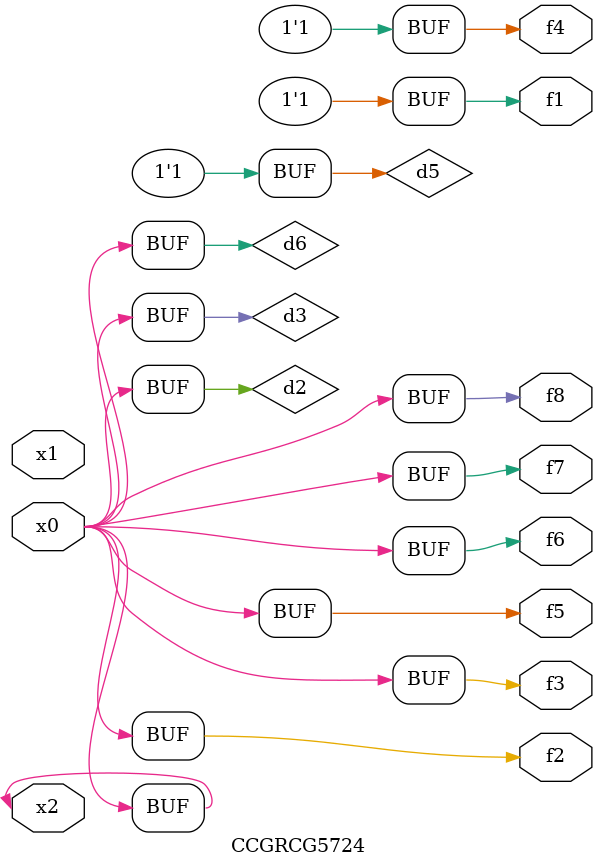
<source format=v>
module CCGRCG5724(
	input x0, x1, x2,
	output f1, f2, f3, f4, f5, f6, f7, f8
);

	wire d1, d2, d3, d4, d5, d6;

	xnor (d1, x2);
	buf (d2, x0, x2);
	and (d3, x0);
	xnor (d4, x1, x2);
	nand (d5, d1, d3);
	buf (d6, d2, d3);
	assign f1 = d5;
	assign f2 = d6;
	assign f3 = d6;
	assign f4 = d5;
	assign f5 = d6;
	assign f6 = d6;
	assign f7 = d6;
	assign f8 = d6;
endmodule

</source>
